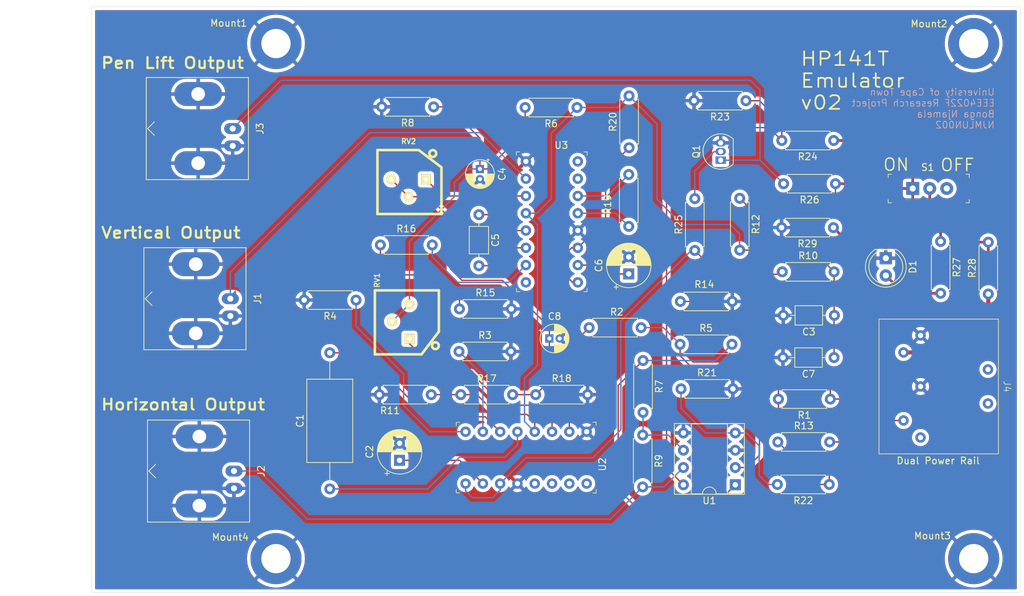
<source format=kicad_pcb>
(kicad_pcb (version 20221018) (generator pcbnew)
  (title_block (title "HP141T Emulator") (date "2025-04-10") (rev "v02") (company "by Bonga Njamela") (comment 1 "Research Project") (comment 2 "EEE4022F 2025") (comment 3 "University of Cape Town"))
  (layers (0 "F.Cu" signal) (31 "B.Cu" signal) (34 "B.Paste" user) (35 "F.Paste" user) (36 "B.SilkS" user "B.Silkscreen") (37 "F.SilkS" user "F.Silkscreen") (38 "B.Mask" user) (39 "F.Mask" user) (44 "Edge.Cuts" user))
  (net 0 "")
  (net 1 "Net-(U2-TC1)")
  (net 2 "Net-(U2-TC2)")
  (net 3 "Net-(U2-BIAS)")
  (net 4 "GND")
  (net 5 "+9V")
  (net 6 "Net-(C4-Pad1)")
  (net 7 "Net-(U3-TC1)")
  (net 8 "Net-(U3-TC2)")
  (net 9 "Net-(U3-BIAS)")
  (net 10 "Net-(C8-Pad1)")
  (net 11 "Net-(D1-A)")
  (net 12 "Vy")
  (net 13 "Vx")
  (net 14 "Vp")
  (net 16 "Net-(J4-Pad4)")
  (net 17 "-12V")
  (net 18 "Net-(Q1-B)")
  (net 19 "-1V")
  (net 20 "Net-(U1A--)")
  (net 21 "V_saw")
  (net 22 "Net-(U2-TR1)")
  (net 23 "Net-(U2-TR2)")
  (net 24 "Net-(R5-Pad2)")
  (net 25 "Net-(U1B--)")
  (net 26 "V_sq")
  (net 27 "+12V")
  (net 28 "Net-(R15-Pad1)")
  (net 29 "Net-(U3-TR1)")
  (net 30 "Net-(U3-WAVEA1)")
  (net 31 "Net-(U3-WAVEA2)")
  (net 32 "Net-(U3-FSKI)")
  (net 33 "-6V")
  (net 34 "+6V")
  (net 35 "Net-(R28-Pad2)")
  (net 37 "Net-(U2-MO)")
  (net 42 "Net-(U3-MO)")
  (footprint "Resistor_THT:R_Axial_DIN0207_L6.3mm_D2.5mm_P7.62mm_Horizontal" (layer "F.Cu") (at 179.25 133.9 180)
    (fp_text reference "R22" (at 3.81 -2.37) (layer "F.SilkS"))
    (fp_text value "10k")
    (pad "1" thru_hole circle (at 0 0 180) (size 1.6 1.6) (drill 0.8) (layers "*.Cu" "*.Mask") (net 17 "-12V"))
    (pad "2" thru_hole oval (at 7.62 0 180) (size 1.6 1.6) (drill 0.8) (layers "*.Cu" "*.Mask") (net 33 "-6V"))
  )
  (footprint "bourns:BOURNS-3362P_pot" (layer "F.Cu") (at 117.6 109.95 90)
    (fp_text reference "RV1" (at 6.05 -4.75 90) (layer "F.SilkS") (effects (font (size 0.762 0.762) (thickness 0.1524))))
    (fp_text value "25k" hide)
    (pad "1" thru_hole rect (at -2.54 0 90) (size 1.4 1.4) (drill 0.7) (layers "*.Cu" "*.Mask" "F.SilkS") (net 37 "Net-(U2-MO)"))
    (pad "2" thru_hole circle (at 0 -2.54 90) (size 1.4 1.4) (drill 0.7) (layers "*.Cu" "*.Mask" "F.SilkS") (net 6 "Net-(C4-Pad1)"))
    (pad "3" thru_hole circle (at 2.54 0 90) (size 1.4 1.4) (drill 0.7) (layers "*.Cu" "*.Mask" "F.SilkS") (net 6 "Net-(C4-Pad1)"))
  )
  (footprint "Digikey:Socket_DIP-16_7.62mm_Conn" (layer "F.Cu") (at 134.7 86.42)
    (fp_text reference "U3" (at 5.2 -2.37) (layer "F.SilkS"))
    (fp_text value "XR2206CP")
    (pad "1" thru_hole circle (at 0 0) (size 1.524 1.524) (drill 0.762) (layers "*.Cu" "*.Mask") (net 4 "GND"))
    (pad "2" thru_hole circle (at 0 2.54) (size 1.524 1.524) (drill 0.762) (layers "*.Cu" "*.Mask") (net 12 "Vy"))
    (pad "3" thru_hole circle (at 0 5.08) (size 1.524 1.524) (drill 0.762) (layers "*.Cu" "*.Mask") (net 42 "Net-(U3-MO)"))
    (pad "4" thru_hole circle (at 0 7.62) (size 1.524 1.524) (drill 0.762) (layers "*.Cu" "*.Mask") (net 5 "+9V"))
    (pad "5" thru_hole circle (at 0 10.16) (size 1.524 1.524) (drill 0.762) (layers "*.Cu" "*.Mask") (net 7 "Net-(U3-TC1)"))
    (pad "6" thru_hole circle (at 0 12.7) (size 1.524 1.524) (drill 0.762) (layers "*.Cu" "*.Mask") (net 8 "Net-(U3-TC2)"))
    (pad "7" thru_hole circle (at 0 15.24) (size 1.524 1.524) (drill 0.762) (layers "*.Cu" "*.Mask") (net 29 "Net-(U3-TR1)"))
    (pad "8" thru_hole circle (at 0 17.78) (size 1.524 1.524) (drill 0.762) (layers "*.Cu" "*.Mask"))
    (pad "9" thru_hole circle (at 7.62 17.78) (size 1.524 1.524) (drill 0.762) (layers "*.Cu" "*.Mask") (net 32 "Net-(U3-FSKI)"))
    (pad "10" thru_hole circle (at 7.62 15.24) (size 1.524 1.524) (drill 0.762) (layers "*.Cu" "*.Mask") (net 9 "Net-(U3-BIAS)"))
    (pad "11" thru_hole circle (at 7.62 12.7) (size 1.524 1.524) (drill 0.762) (layers "*.Cu" "*.Mask") (net 32 "Net-(U3-FSKI)"))
    (pad "12" thru_hole circle (at 7.62 10.16) (size 1.524 1.524) (drill 0.762) (layers "*.Cu" "*.Mask") (net 4 "GND"))
    (pad "13" thru_hole circle (at 7.62 7.62) (size 1.524 1.524) (drill 0.762) (layers "*.Cu" "*.Mask") (net 30 "Net-(U3-WAVEA1)"))
    (pad "14" thru_hole circle (at 7.62 5.08) (size 1.524 1.524) (drill 0.762) (layers "*.Cu" "*.Mask") (net 31 "Net-(U3-WAVEA2)"))
    (pad "15" thru_hole circle (at 7.62 2.54) (size 1.524 1.524) (drill 0.762) (layers "*.Cu" "*.Mask"))
    (pad "16" thru_hole circle (at 7.62 0) (size 1.524 1.524) (drill 0.762) (layers "*.Cu" "*.Mask"))
  )
  (footprint "Resistor_THT:R_Axial_DIN0207_L6.3mm_D2.5mm_P7.62mm_Horizontal" (layer "F.Cu") (at 149.85 84.41 90)
    (fp_text reference "R20" (at 3.81 -2.37 90) (layer "F.SilkS"))
    (fp_text value "10k")
    (pad "1" thru_hole circle (at 0 0 90) (size 1.6 1.6) (drill 0.8) (layers "*.Cu" "*.Mask") (net 32 "Net-(U3-FSKI)"))
    (pad "2" thru_hole oval (at 7.62 0 90) (size 1.6 1.6) (drill 0.8) (layers "*.Cu" "*.Mask") (net 5 "+9V"))
  )
  (footprint "digikey-footprints:Switch_Slide_11.6x4mm_EG1218" (layer "F.Cu") (at 191.5 90.4)
    (fp_text reference "S1" (at 2.2 -3.1) (layer "F.SilkS"))
    (fp_text value "EG1218")
    (pad "1" thru_hole rect (at 0 0) (size 1.9 1.9) (drill 0.9) (layers "*.Cu" "*.Mask") (net 27 "+12V"))
    (pad "2" thru_hole circle (at 2.5 0) (size 1.9 1.9) (drill 0.9) (layers "*.Cu" "*.Mask") (net 35 "Net-(R28-Pad2)"))
    (pad "3" thru_hole circle (at 5 0) (size 1.9 1.9) (drill 0.9) (layers "*.Cu" "*.Mask"))
  )
  (footprint "Resistor_THT:R_Axial_DIN0207_L6.3mm_D2.5mm_P7.62mm_Horizontal" (layer "F.Cu") (at 166.1 91.84 -90)
    (fp_text reference "R12" (at 3.81 -2.37 90) (layer "F.SilkS"))
    (fp_text value "3.3k")
    (pad "1" thru_hole circle (at 0 0 270) (size 1.6 1.6) (drill 0.8) (layers "*.Cu" "*.Mask") (net 27 "+12V"))
    (pad "2" thru_hole oval (at 7.62 0 270) (size 1.6 1.6) (drill 0.8) (layers "*.Cu" "*.Mask") (net 5 "+9V"))
  )
  (footprint "Connector_Coaxial:BNC_Amphenol_B6252HB-NPP3G-50_Horizontal" (layer "F.Cu") (at 91.65 81.6 90)
    (fp_text reference "J3" (at 0 4 90) (layer "F.SilkS"))
    (fp_text value "Conn_Coaxial")
    (pad "1" thru_hole oval (at 0 0 90) (size 1.6 2.5) (drill 0.89) (layers "*.Cu" "*.Mask") (net 14 "Vp"))
    (pad "2" thru_hole oval (at -5.08 -5.08 90) (size 3.5 7) (drill 2.01) (layers "*.Cu" "*.Mask") (net 4 "GND"))
    (pad "2" thru_hole oval (at -2.54 0 90) (size 1.6 2.5) (drill 0.89) (layers "*.Cu" "*.Mask") (net 4 "GND"))
    (pad "2" thru_hole oval (at 5.08 -5.08 90) (size 3.5 7) (drill 2.01) (layers "*.Cu" "*.Mask") (net 4 "GND"))
  )
  (footprint "Capacitor_THT:C_Axial_L3.8mm_D2.6mm_P7.50mm_Horizontal" (layer "F.Cu") (at 179.95 115.25 180)
    (fp_text reference "C7" (at 3.75 -2.42) (layer "F.SilkS"))
    (fp_text value "1uF")
    (pad "1" thru_hole circle (at 0 0 180) (size 1.6 1.6) (drill 0.8) (layers "*.Cu" "*.Mask") (net 5 "+9V"))
    (pad "2" thru_hole oval (at 7.5 0 180) (size 1.6 1.6) (drill 0.8) (layers "*.Cu" "*.Mask") (net 4 "GND"))
  )
  (footprint "Resistor_THT:R_Axial_DIN0207_L6.3mm_D2.5mm_P7.62mm_Horizontal" (layer "F.Cu") (at 157.48 119.85)
    (fp_text reference "R21" (at 3.81 -2.37) (layer "F.SilkS"))
    (fp_text value "10k")
    (pad "1" thru_hole circle (at 0 0) (size 1.6 1.6) (drill 0.8) (layers "*.Cu" "*.Mask") (net 33 "-6V"))
    (pad "2" thru_hole oval (at 7.62 0) (size 1.6 1.6) (drill 0.8) (layers "*.Cu" "*.Mask") (net 4 "GND"))
  )
  (footprint "Resistor_THT:R_Axial_DIN0207_L6.3mm_D2.5mm_P7.62mm_Horizontal" (layer "F.Cu") (at 179.86 96.15 180)
    (fp_text reference "R29" (at 3.81 -2.37) (layer "F.SilkS"))
    (fp_text value "10k")
    (pad "1" thru_hole circle (at 0 0 180) (size 1.6 1.6) (drill 0.8) (layers "*.Cu" "*.Mask") (net 35 "Net-(R28-Pad2)"))
    (pad "2" thru_hole oval (at 7.62 0 180) (size 1.6 1.6) (drill 0.8) (layers "*.Cu" "*.Mask") (net 4 "GND"))
  )
  (footprint "Resistor_THT:R_Axial_DIN0207_L6.3mm_D2.5mm_P7.62mm_Horizontal" (layer "F.Cu") (at 151.9 115.69 -90)
    (fp_text reference "R7" (at 3.81 -2.37 90) (layer "F.SilkS"))
    (fp_text value "10k")
    (pad "1" thru_hole circle (at 0 0 270) (size 1.6 1.6) (drill 0.8) (layers "*.Cu" "*.Mask") (net 24 "Net-(R5-Pad2)"))
    (pad "2" thru_hole oval (at 7.62 0 270) (size 1.6 1.6) (drill 0.8) (layers "*.Cu" "*.Mask") (net 25 "Net-(U1B--)"))
  )
  (footprint "Resistor_THT:R_Axial_DIN0207_L6.3mm_D2.5mm_P7.62mm_Horizontal" (layer "F.Cu") (at 179.4 121.35 180)
    (fp_text reference "R1" (at 3.81 -2.37) (layer "F.SilkS"))
    (fp_text value "1k")
    (pad "1" thru_hole circle (at 0 0 180) (size 1.6 1.6) (drill 0.8) (layers "*.Cu" "*.Mask") (net 19 "-1V"))
    (pad "2" thru_hole oval (at 7.62 0 180) (size 1.6 1.6) (drill 0.8) (layers "*.Cu" "*.Mask") (net 20 "Net-(U1A--)"))
  )
  (footprint "Capacitor_THT:C_Axial_L3.8mm_D2.6mm_P7.50mm_Horizontal" (layer "F.Cu") (at 127.8 94.25 -90)
    (fp_text reference "C5" (at 3.75 -2.42 90) (layer "F.SilkS"))
    (fp_text value "22nF")
    (pad "1" thru_hole circle (at 0 0 270) (size 1.6 1.6) (drill 0.8) (layers "*.Cu" "*.Mask") (net 7 "Net-(U3-TC1)"))
    (pad "2" thru_hole oval (at 7.5 0 270) (size 1.6 1.6) (drill 0.8) (layers "*.Cu" "*.Mask") (net 8 "Net-(U3-TC2)"))
  )
  (footprint "Resistor_THT:R_Axial_DIN0207_L6.3mm_D2.5mm_P7.62mm_Horizontal" (layer "F.Cu") (at 172.34 102.65)
    (fp_text reference "R10" (at 3.81 -2.37) (layer "F.SilkS"))
    (fp_text value "5.1k")
    (pad "1" thru_hole circle (at 0 0) (size 1.6 1.6) (drill 0.8) (layers "*.Cu" "*.Mask") (net 26 "V_sq"))
    (pad "2" thru_hole oval (at 7.62 0) (size 1.6 1.6) (drill 0.8) (layers "*.Cu" "*.Mask") (net 5 "+9V"))
  )
  (footprint "Resistor_THT:R_Axial_DIN0207_L6.3mm_D2.5mm_P7.62mm_Horizontal" (layer "F.Cu") (at 143.99 110.85)
    (fp_text reference "R2" (at 4.06 -2.3) (layer "F.SilkS"))
    (fp_text value "1k")
    (pad "1" thru_hole circle (at 0 0) (size 1.6 1.6) (drill 0.8) (layers "*.Cu" "*.Mask") (net 21 "V_saw"))
    (pad "2" thru_hole oval (at 7.62 0) (size 1.6 1.6) (drill 0.8) (layers "*.Cu" "*.Mask") (net 20 "Net-(U1A--)"))
  )
  (footprint "Resistor_THT:R_Axial_DIN0207_L6.3mm_D2.5mm_P7.62mm_Horizontal" (layer "F.Cu") (at 167.01 77.5 180)
    (fp_text reference "R23" (at 3.81 -2.37) (layer "F.SilkS"))
    (fp_text value "10k")
    (pad "1" thru_hole circle (at 0 0 180) (size 1.6 1.6) (drill 0.8) (layers "*.Cu" "*.Mask") (net 34 "+6V"))
    (pad "2" thru_hole oval (at 7.62 0 180) (size 1.6 1.6) (drill 0.8) (layers "*.Cu" "*.Mask") (net 4 "GND"))
  )
  (footprint "Resistor_THT:R_Axial_DIN0207_L6.3mm_D2.5mm_P7.62mm_Horizontal" (layer "F.Cu") (at 157.34 113.3)
    (fp_text reference "R5" (at 3.81 -2.37) (layer "F.SilkS"))
    (fp_text value "18k")
    (pad "1" thru_hole circle (at 0 0) (size 1.6 1.6) (drill 0.8) (layers "*.Cu" "*.Mask") (net 20 "Net-(U1A--)"))
    (pad "2" thru_hole oval (at 7.62 0) (size 1.6 1.6) (drill 0.8) (layers "*.Cu" "*.Mask") (net 24 "Net-(R5-Pad2)"))
  )
  (footprint "Resistor_THT:R_Axial_DIN0207_L6.3mm_D2.5mm_P7.62mm_Horizontal" (layer "F.Cu") (at 125.13 120.7)
    (fp_text reference "R17" (at 3.81 -2.37) (layer "F.SilkS"))
    (fp_text value "5.1k")
    (pad "1" thru_hole circle (at 0 0) (size 1.6 1.6) (drill 0.8) (layers "*.Cu" "*.Mask") (net 5 "+9V"))
    (pad "2" thru_hole oval (at 7.62 0) (size 1.6 1.6) (drill 0.8) (layers "*.Cu" "*.Mask") (net 10 "Net-(C8-Pad1)"))
  )
  (footprint "LED_THT:LED_D5.0mm" (layer "F.Cu") (at 187.55 100.65 -90)
    (fp_text reference "D1" (at 1.27 -3.96 90) (layer "F.SilkS"))
    (fp_text value "GREEN")
    (pad "1" thru_hole rect (at 0 0 270) (size 1.8 1.8) (drill 0.9) (layers "*.Cu" "*.Mask") (net 4 "GND"))
    (pad "2" thru_hole circle (at 2.54 0 270) (size 1.8 1.8) (drill 0.9) (layers "*.Cu" "*.Mask") (net 11 "Net-(D1-A)"))
  )
  (footprint "Resistor_THT:R_Axial_DIN0207_L6.3mm_D2.5mm_P7.62mm_Horizontal" (layer "F.Cu") (at 159.5 99.51 90)
    (fp_text reference "R25" (at 3.81 -2.37 90) (layer "F.SilkS"))
    (fp_text value "1k")
    (pad "1" thru_hole circle (at 0 0 90) (size 1.6 1.6) (drill 0.8) (layers "*.Cu" "*.Mask") (net 26 "V_sq"))
    (pad "2" thru_hole oval (at 7.62 0 90) (size 1.6 1.6) (drill 0.8) (layers "*.Cu" "*.Mask") (net 18 "Net-(Q1-B)"))
  )
  (footprint "bourns:BOURNS-3362P_pot" (layer "F.Cu") (at 117.473 89.069 180)
    (fp_text reference "RV2" (at 0 5.588) (layer "F.SilkS") (effects (font (size 0.762 0.762) (thickness 0.1524))))
    (fp_text value "25k" hide)
    (pad "1" thru_hole rect (at -2.54 0 180) (size 1.4 1.4) (drill 0.7) (layers "*.Cu" "*.Mask" "F.SilkS") (net 42 "Net-(U3-MO)"))
    (pad "2" thru_hole circle (at 0 -2.54 180) (size 1.4 1.4) (drill 0.7) (layers "*.Cu" "*.Mask" "F.SilkS") (net 10 "Net-(C8-Pad1)"))
    (pad "3" thru_hole circle (at 2.54 0 180) (size 1.4 1.4) (drill 0.7) (layers "*.Cu" "*.Mask" "F.SilkS") (net 10 "Net-(C8-Pad1)"))
  )
  (footprint "Capacitor_THT:CP_Radial_D4.0mm_P1.50mm" (layer "F.Cu") (at 138.15 112.45)
    (fp_text reference "C8" (at 0.75 -3.25) (layer "F.SilkS"))
    (fp_text value "10uF")
    (pad "1" thru_hole rect (at 0 0) (size 1.2 1.2) (drill 0.6) (layers "*.Cu" "*.Mask") (net 10 "Net-(C8-Pad1)"))
    (pad "2" thru_hole circle (at 1.5 0) (size 1.2 1.2) (drill 0.6) (layers "*.Cu" "*.Mask") (net 4 "GND"))
  )
  (footprint "Capacitor_THT:C_Axial_L12.0mm_D6.5mm_P20.00mm_Horizontal" (layer "F.Cu") (at 105.9 134.55 90)
    (fp_text reference "C1" (at 10 -4.37 90) (layer "F.SilkS"))
    (fp_text value "47uF")
    (pad "1" thru_hole circle (at 0 0 90) (size 1.6 1.6) (drill 0.8) (layers "*.Cu" "*.Mask") (net 1 "Net-(U2-TC1)"))
    (pad "2" thru_hole oval (at 20 0 90) (size 1.6 1.6) (drill 0.8) (layers "*.Cu" "*.Mask") (net 2 "Net-(U2-TC2)"))
  )
  (footprint "Resistor_THT:R_Axial_DIN0207_L6.3mm_D2.5mm_P7.62mm_Horizontal" (layer "F.Cu") (at 121.15 78.4 180)
    (fp_text reference "R8" (at 3.81 -2.37) (layer "F.SilkS"))
    (fp_text value "5.1k")
    (pad "1" thru_hole circle (at 0 0 180) (size 1.6 1.6) (drill 0.8) (layers "*.Cu" "*.Mask") (net 6 "Net-(C4-Pad1)"))
    (pad "2" thru_hole oval (at 7.62 0 180) (size 1.6 1.6) (drill 0.8) (layers "*.Cu" "*.Mask") (net 4 "GND"))
  )
  (footprint "Resistor_THT:R_Axial_DIN0207_L6.3mm_D2.5mm_P7.62mm_Horizontal" (layer "F.Cu") (at 179.9 83.35 180)
    (fp_text reference "R24" (at 3.81 -2.37) (layer "F.SilkS"))
    (fp_text value "10k")
    (pad "1" thru_hole circle (at 0 0 180) (size 1.6 1.6) (drill 0.8) (layers "*.Cu" "*.Mask") (net 27 "+12V"))
    (pad "2" thru_hole oval (at 7.62 0 180) (size 1.6 1.6) (drill 0.8) (layers "*.Cu" "*.Mask") (net 34 "+6V"))
  )
  (footprint "Capacitor_THT:CP_Radial_D6.3mm_P2.50mm" (layer "F.Cu") (at 116.15 130.35 90)
    (fp_text reference "C2" (at 1.25 -4.4 90) (layer "F.SilkS"))
    (fp_text value "1uF")
    (pad "1" thru_hole rect (at 0 0 90) (size 1.6 1.6) (drill 0.8) (layers "*.Cu" "*.Mask") (net 3 "Net-(U2-BIAS)"))
    (pad "2" thru_hole circle (at 2.5 0 90) (size 1.6 1.6) (drill 0.8) (layers "*.Cu" "*.Mask") (net 4 "GND"))
  )
  (footprint "Digikey:Socket_DIP-16_7.62mm_Conn" (layer "F.Cu") (at 143.62 126.15 -90)
    (fp_text reference "U2" (at 4.8 -2.32 90) (layer "F.SilkS"))
    (fp_text value "XR2206CP")
    (pad "1" thru_hole circle (at 0 0 270) (size 1.524 1.524) (drill 0.762) (layers "*.Cu" "*.Mask") (net 4 "GND"))
    (pad "2" thru_hole circle (at 0 2.54 270) (size 1.524 1.524) (drill 0.762) (layers "*.Cu" "*.Mask") (net 21 "V_saw"))
    (pad "3" thru_hole circle (at 0 5.08 270) (size 1.524 1.524) (drill 0.762) (layers "*.Cu" "*.Mask") (net 37 "Net-(U2-MO)"))
    (pad "4" thru_hole circle (at 0 7.62 270) (size 1.524 1.524) (drill 0.762) (layers "*.Cu" "*.Mask") (net 5 "+9V"))
    (pad "5" thru_hole circle (at 0 10.16 270) (size 1.524 1.524) (drill 0.762) (layers "*.Cu" "*.Mask") (net 1 "Net-(U2-TC1)"))
    (pad "6" thru_hole circle (at 0 12.7 270) (size 1.524 1.524) (drill 0.762) (layers "*.Cu" "*.Mask") (net 2 "Net-(U2-TC2)"))
    (pad "7" thru_hole circle (at 0 15.24 270) (size 1.524 1.524) (drill 0.762) (layers "*.Cu" "*.Mask") (net 22 "Net-(U2-TR1)"))
    (pad "8" thru_hole circle (at 0 17.78 270) (size 1.524 1.524) (drill 0.762) (layers "*.Cu" "*.Mask") (net 23 "Net-(U2-TR2)"))
    (pad "9" thru_hole circle (at 7.62 17.78 270) (size 1.524 1.524) (drill 0.762) (layers "*.Cu" "*.Mask") (net 26 "V_sq"))
    (pad "10" thru_hole circle (at 7.62 15.24 270) (size 1.524 1.524) (drill 0.762) (layers "*.Cu" "*.Mask") (net 3 "Net-(U2-BIAS)"))
    (pad "11" thru_hole circle (at 7.62 12.7 270) (size 1.524 1.524) (drill 0.762) (layers "*.Cu" "*.Mask") (net 26 "V_sq"))
    (pad "12" thru_hole circle (at 7.62 10.16 270) (size 1.524 1.524) (drill 0.762) (layers "*.Cu" "*.Mask") (net 4 "GND"))
    (pad "13" thru_hole circle (at 7.62 7.62 270) (size 1.524 1.524) (drill 0.762) (layers "*.Cu" "*.Mask"))
    (pad "14" thru_hole circle (at 7.62 5.08 270) (size 1.524 1.524) (drill 0.762) (layers "*.Cu" "*.Mask"))
    (pad "15" thru_hole circle (at 7.62 2.54 270) (size 1.524 1.524) (drill 0.762) (layers "*.Cu" "*.Mask"))
    (pad "16" thru_hole circle (at 7.62 0 270) (size 1.524 1.524) (drill 0.762) (layers "*.Cu" "*.Mask"))
  )
  (footprint "Resistor_THT:R_Axial_DIN0207_L6.3mm_D2.5mm_P7.62mm_Horizontal" (layer "F.Cu") (at 109.76 106.8 180)
    (fp_text reference "R4" (at 3.81 -2.37) (layer "F.SilkS"))
    (fp_text value "1.1k")
    (pad "1" thru_hole circle (at 0 0 180) (size 1.6 1.6) (drill 0.8) (layers "*.Cu" "*.Mask") (net 23 "Net-(U2-TR2)"))
    (pad "2" thru_hole oval (at 7.62 0 180) (size 1.6 1.6) (drill 0.8) (layers "*.Cu" "*.Mask") (net 4 "GND"))
  )
  (footprint "Resistor_THT:R_Axial_DIN0207_L6.3mm_D2.5mm_P7.62mm_Horizontal" (layer "F.Cu") (at 195.6 98.19 -90)
    (fp_text reference "R27" (at 3.81 -2.37 90) (layer "F.SilkS"))
    (fp_text value "100k")
    (pad "1" thru_hole circle (at 0 0 270) (size 1.6 1.6) (drill 0.8) (layers "*.Cu" "*.Mask") (net 27 "+12V"))
    (pad "2" thru_hole oval (at 7.62 0 270) (size 1.6 1.6) (drill 0.8) (layers "*.Cu" "*.Mask") (net 11 "Net-(D1-A)"))
  )
  (footprint "Capacitor_THT:C_Axial_L3.8mm_D2.6mm_P7.50mm_Horizontal" (layer "F.Cu") (at 180 109.05 180)
    (fp_text reference "C3" (at 3.75 -2.42) (layer "F.SilkS"))
    (fp_text value "1uF")
    (pad "1" thru_hole circle (at 0 0 180) (size 1.6 1.6) (drill 0.8) (layers "*.Cu" "*.Mask") (net 5 "+9V"))
    (pad "2" thru_hole oval (at 7.5 0 180) (size 1.6 1.6) (drill 0.8) (layers "*.Cu" "*.Mask") (net 4 "GND"))
  )
  (footprint "Resistor_THT:R_Axial_DIN0207_L6.3mm_D2.5mm_P7.62mm_Horizontal" (layer "F.Cu") (at 180.16 89.7 180)
    (fp_text reference "R26" (at 3.81 -2.37) (layer "F.SilkS"))
    (fp_text value "10k")
    (pad "1" thru_hole circle (at 0 0 180) (size 1.6 1.6) (drill 0.8) (layers "*.Cu" "*.Mask") (net 27 "+12V"))
    (pad "2" thru_hole oval (at 7.62 0 180) (size 1.6 1.6) (drill 0.8) (layers "*.Cu" "*.Mask") (net 14 "Vp"))
  )
  (footprint "Connector_Coaxial:BNC_Amphenol_B6252HB-NPP3G-50_Horizontal" (layer "F.Cu") (at 91.83 131.93 90)
    (fp_text reference "J2" (at 0 4 90) (layer "F.SilkS"))
    (fp_text value "Conn_Coaxial")
    (pad "1" thru_hole oval (at 0 0 90) (size 1.6 2.5) (drill 0.89) (layers "*.Cu" "*.Mask") (net 13 "Vx"))
    (pad "2" thru_hole oval (at -5.08 -5.08 90) (size 3.5 7) (drill 2.01) (layers "*.Cu" "*.Mask") (net 4 "GND"))
    (pad "2" thru_hole oval (at -2.54 0 90) (size 1.6 2.5) (drill 0.89) (layers "*.Cu" "*.Mask") (net 4 "GND"))
    (pad "2" thru_hole oval (at 5.08 -5.08 90) (size 3.5 7) (drill 2.01) (layers "*.Cu" "*.Mask") (net 4 "GND"))
  )
  (footprint "MountingHole:MountingHole_4.3mm_M4_DIN965_Pad" (layer "F.Cu") (at 200.45 144.8)
    (fp_text reference "Mount3" (at -6.05 -3.35) (layer "F.SilkS"))
    (fp_text value "MountingHole_4.3mm_M4_DIN965_Pad")
    (pad "1" thru_hole circle (at 0 0) (size 7.5 7.5) (drill 4.3) (layers "*.Cu" "*.Mask") (net 4 "GND"))
  )
  (footprint "Resistor_THT:R_Axial_DIN0207_L6.3mm_D2.5mm_P7.62mm_Horizontal" (layer "F.Cu") (at 149.8 95.97 90)
    (fp_text reference "R19" (at 3.21 -3.1 90) (layer "F.SilkS"))
    (fp_text value "220R")
    (pad "1" thru_hole circle (at 0 0 90) (size 1.6 1.6) (drill 0.8) (layers "*.Cu" "*.Mask") (net 30 "Net-(U3-WAVEA1)"))
    (pad "2" thru_hole oval (at 7.62 0 90) (size 1.6 1.6) (drill 0.8) (layers "*.Cu" "*.Mask") (net 31 "Net-(U3-WAVEA2)"))
  )
  (footprint "Capacitor_THT:CP_Radial_D4.0mm_P1.50mm" (layer "F.Cu") (at 127.95 87.527401 -90)
    (fp_text reference "C4" (at 0.75 -3.25 90) (layer "F.SilkS"))
    (fp_text value "10uF")
    (pad "1" thru_hole rect (at 0 0 270) (size 1.2 1.2) (drill 0.6) (layers "*.Cu" "*.Mask") (net 6 "Net-(C4-Pad1)"))
    (pad "2" thru_hole circle (at 1.5 0 270) (size 1.2 1.2) (drill 0.6) (layers "*.Cu" "*.Mask") (net 4 "GND"))
  )
  (footprint "MountingHole:MountingHole_4.3mm_M4_DIN965_Pad" (layer "F.Cu") (at 98 69.1)
    (fp_text reference "Mount1" (at -6.95 -3) (layer "F.SilkS"))
    (fp_text value "MountingHole_4.3mm_M4_DIN965_Pad")
    (pad "1" thru_hole circle (at 0 0) (size 7.5 7.5) (drill 4.3) (layers "*.Cu" "*.Mask") (net 4 "GND"))
  )
  (footprint "Resistor_THT:R_Axial_DIN0207_L6.3mm_D2.5mm_P7.62mm_Horizontal" (layer "F.Cu") (at 151.85 126.64 -90)
    (fp_text reference "R9" (at 3.81 -2.37 90) (layer "F.SilkS"))
    (fp_text value "10k")
    (pad "1" thru_hole circle (at 0 0 270) (size 1.6 1.6) (drill 0.8) (layers "*.Cu" "*.Mask") (net 25 "Net-(U1B--)"))
    (pad "2" thru_hole oval (at 7.62 0 270) (size 1.6 1.6) (drill 0.8) (layers "*.Cu" "*.Mask") (net 13 "Vx"))
  )
  (footprint "Resistor_THT:R_Axial_DIN0207_L6.3mm_D2.5mm_P7.62mm_Horizontal" (layer "F.Cu") (at 113.33 98.7)
    (fp_text reference "R16" (at 3.81 -2.37) (layer "F.SilkS"))
    (fp_text value "220R")
    (pad "1" thru_hole circle (at 0 0) (size 1.6 1.6) (drill 0.8) (layers "*.Cu" "*.Mask") (net 28 "Net-(R15-Pad1)"))
    (pad "2" thru_hole oval (at 7.62 0) (size 1.6 1.6) (drill 0.8) (layers "*.Cu" "*.Mask") (net 29 "Net-(U3-TR1)"))
  )
  (footprint "Connector_Coaxial:BNC_Amphenol_B6252HB-NPP3G-50_Horizontal" (layer "F.Cu") (at 91.3 106.6 90)
    (fp_text reference "J1" (at 0 4 90) (layer "F.SilkS"))
    (fp_text value "Conn_Coaxial")
    (pad "1" thru_hole oval (at 0 0 90) (size 1.6 2.5) (drill 0.89) (layers "*.Cu" "*.Mask") (net 12 "Vy"))
    (pad "2" thru_hole oval (at -5.08 -5.08 90) (size 3.5 7) (drill 2.01) (layers "*.Cu" "*.Mask") (net 4 "GND"))
    (pad "2" thru_hole oval (at -2.54 0 90) (size 1.6 2.5) (drill 0.89) (layers "*.Cu" "*.Mask") (net 4 "GND"))
    (pad "2" thru_hole oval (at 5.08 -5.08 90) (size 3.5 7) (drill 2.01) (layers "*.Cu" "*.Mask") (net 4 "GND"))
  )
  (footprint "Resistor_THT:R_Axial_DIN0207_L6.3mm_D2.5mm_P7.62mm_Horizontal" (layer "F.Cu") (at 171.69 127.65)
    (fp_text reference "R13" (at 3.81 -2.37) (layer "F.SilkS"))
    (fp_text value "110k")
    (pad "1" thru_hole circle (at 0 0) (size 1.6 1.6) (drill 0.8) (layers "*.Cu" "*.Mask") (net 17 "-12V"))
    (pad "2" thru_hole oval (at 7.62 0) (size 1.6 1.6) (drill 0.8) (layers "*.Cu" "*.Mask") (net 19 "-1V"))
  )
  (footprint "Resistor_THT:R_Axial_DIN0207_L6.3mm_D2.5mm_P7.62mm_Horizontal" (layer "F.Cu") (at 124.88 114.35)
    (fp_text reference "R3" (at 3.81 -2.37) (layer "F.SilkS"))
    (fp_text value "1.2k")
    (pad "1" thru_hole circle (at 0 0) (size 1.6 1.6) (drill 0.8) (layers "*.Cu" "*.Mask") (net 22 "Net-(U2-TR1)"))
    (pad "2" thru_hole oval (at 7.62 0) (size 1.6 1.6) (drill 0.8) (layers "*.Cu" "*.Mask") (net 4 "GND"))
  )
  (footprint "Package_DIP:DIP-8_W7.62mm_Socket" (layer "F.Cu") (at 165.45 133.95 180)
    (fp_text reference "U1" (at 3.81 -2.33) (layer "F.SilkS"))
    (fp_text value "LM358")
    (pad "1" thru_hole rect (at 0 0 180) (size 1.6 1.6) (drill 0.8) (layers "*.Cu" "*.Mask") (net 24 "Net-(R5-Pad2)"))
    (pad "2" thru_hole oval (at 0 2.54 180) (size 1.6 1.6) (drill 0.8) (layers "*.Cu" "*.Mask") (net 20 "Net-(U1A--)"))
    (pad "3" thru_hole oval (at 0 5.08 180) (size 1.6 1.6) (drill 0.8) (layers "*.Cu" "*.Mask") (net 4 "GND"))
    (pad "4" thru_hole oval (at 0 7.62 180) (size 1.6 1.6) (drill 0.8) (layers "*.Cu" "*.Mask") (net 33 "-6V"))
    (pad "5" thru_hole oval (at 7.62 7.62 180) (size 1.6 1.6) (drill 0.8) (layers "*.Cu" "*.Mask") (net 4 "GND"))
    (pad "6" thru_hole oval (at 7.62 5.08 180) (size 1.6 1.6) (drill 0.8) (layers "*.Cu" "*.Mask") (net 25 "Net-(U1B--)"))
    (pad "7" thru_hole oval (at 7.62 2.54 180) (size 1.6 1.6) (drill 0.8) (layers "*.Cu" "*.Mask") (net 13 "Vx"))
    (pad "8" thru_hole oval (at 7.62 0 180) (size 1.6 1.6) (drill 0.8) (layers "*.Cu" "*.Mask") (net 34 "+6V"))
  )
  (footprint "Package_TO_SOT_THT:TO-92_Inline" (layer "F.Cu") (at 163.3 86.24 90)
    (fp_text reference "Q1" (at 1.27 -3.56 90) (layer "F.SilkS"))
    (fp_text value "2N2222")
    (pad "1" thru_hole rect (at 0 0 90) (size 1.05 1.5) (drill 0.75) (layers "*.Cu" "*.Mask") (net 14 "Vp"))
    (pad "2" thru_hole oval (at 1.27 0 90) (size 1.05 1.5) (drill 0.75) (layers "*.Cu" "*.Mask") (net 18 "Net-(Q1-B)"))
    (pad "3" thru_hole oval (at 2.54 0 90) (size 1.05 1.5) (drill 0.75) (layers "*.Cu" "*.Mask") (net 4 "GND"))
  )
  (footprint "MountingHole:MountingHole_4.3mm_M4_DIN965_Pad" (layer "F.Cu") (at 200.45 69.1)
    (fp_text reference "Mount2" (at -6.55 -2.9) (layer "F.SilkS"))
    (fp_text value "MountingHole_4.3mm_M4_DIN965_Pad")
    (pad "1" thru_hole circle (at 0 0) (size 7.5 7.5) (drill 4.3) (layers "*.Cu" "*.Mask") (net 4 "GND"))
  )
  (footprint "Resistor_THT:R_Axial_DIN0207_L6.3mm_D2.5mm_P7.62mm_Horizontal" (layer "F.Cu") (at 142.21 78.5 180)
    (fp_text reference "R6" (at 3.81 -2.37) (layer "F.SilkS"))
    (fp_text value "5.1k")
    (pad "1" thru_hole circle (at 0 0 180) (size 1.6 1.6) (drill 0.8) (layers "*.Cu" "*.Mask") (net 5 "+9V"))
    (pad "2" thru_hole oval (at 7.62 0 180) (size 1.6 1.6) (drill 0.8) (layers "*.Cu" "*.Mask") (net 6 "Net-(C4-Pad1)"))
  )
  (footprint "Resistor_THT:R_Axial_DIN0207_L6.3mm_D2.5mm_P7.62mm_Horizontal" (layer "F.Cu") (at 124.94 108.1)
    (fp_text reference "R15" (at 3.81 -2.37) (layer "F.SilkS"))
    (fp_text value "4.3k")
    (pad "1" thru_hole circle (at 0 0) (size 1.6 1.6) (drill 0.8) (layers "*.Cu" "*.Mask") (net 28 "Net-(R15-Pad1)"))
    (pad "2" thru_hole oval (at 7.62 0) (size 1.6 1.6) (drill 0.8) (layers "*.Cu" "*.Mask") (net 4 "GND"))
  )
  (footprint "Resistor_THT:R_Axial_DIN0207_L6.3mm_D2.5mm_P7.62mm_Horizontal" (layer "F.Cu") (at 157.38 107)
    (fp_text reference "R14" (at 3.52 -2.5) (layer "F.SilkS"))
    (fp_text value "10k")
    (pad "1" thru_hole circle (at 0 0) (size 1.6 1.6) (drill 0.8) (layers "*.Cu" "*.Mask") (net 19 "-1V"))
    (pad "2" thru_hole oval (at 7.62 0) (size 1.6 1.6) (drill 0.8) (layers "*.Cu" "*.Mask") (net 4 "GND"))
  )
  (footprint "din41524:PinSocket_DIN41524_1x05_P2.54mm_Vertical" (layer "F.Cu") (at 192.649994 119.5 -90)
    (fp_text reference "J4" (at 0 -12.7 -90 unlocked) (layer "F.SilkS") (effects (font (thickness 0.1))))
    (fp_text value "Mini-DIN-5")
    (pad "" np_thru_hole circle (at -2.5 -9.900006 270) (size 1.524 1.524) (drill 0.762) (layers "F&B.Cu" "*.Mask"))
    (pad "" np_thru_hole circle (at 2.5 -9.900006 270) (size 1.524 1.524) (drill 0.762) (layers "F&B.Cu" "*.Mask"))
    (pad "1" thru_hole circle (at -7.50001 0 270) (size 1.524 1.524) (drill 0.762) (layers "*.Cu" "*.Mask") (net 4 "GND"))
    (pad "2" thru_hole circle (at 0 0 270) (size 1.524 1.524) (drill 0.762) (layers "*.Cu" "*.Mask") (net 4 "GND"))
    (pad "3" thru_hole circle (at 7.50001 0 270) (size 1.524 1.524) (drill 0.762) (layers "*.Cu" "*.Mask"))
    (pad "4" thru_hole circle (at -4.99999 2.5 270) (size 1.524 1.524) (drill 0.762) (layers "*.Cu" "*.Mask") (net 16 "Net-(J4-Pad4)"))
    (pad "5" thru_hole circle (at 4.99999 2.5 270) (size 1.524 1.524) (drill 0.762) (layers "*.Cu" "*.Mask") (net 17 "-12V"))
  )
  (footprint "Resistor_THT:R_Axial_DIN0207_L6.3mm_D2.5mm_P7.62mm_Horizontal" (layer "F.Cu") (at 120.8 120.7 180)
    (fp_text reference "R11" (at 6.05 -2.35) (layer "F.SilkS"))
    (fp_text value "10k")
    (pad "1" thru_hole circle (at 0 0 180) (size 1.6 1.6) (drill 0.8) (layers "*.Cu" "*.Mask") (net 5 "+9V"))
    (pad "2" thru_hole oval (at 7.62 0 180) (size 1.6 1.6) (drill 0.8) (layers "*.Cu" "*.Mask") (net 4 "GND"))
  )
  (footprint "Resistor_THT:R_Axial_DIN0207_L6.3mm_D2.5mm_P7.62mm_Horizontal" (layer "F.Cu") (at 202.6 105.91 90)
    (fp_text reference "R28" (at 3.81 -2.37 90) (layer "F.SilkS"))
    (fp_text value "33k")
    (pad "1" thru_hole circle (at 0 0 90) (size 1.6 1.6) (drill 0.8) (layers "*.Cu" "*.Mask") (net 16 "Net-(J4-Pad4)"))
    (pad "2" thru_hole oval (at 7.62 0 90) (size 1.6 1.6) (drill 0.8) (layers "*.Cu" "*.Mask") (net 35 "Net-(R28-Pad2)"))
  )
  (footprint "Resistor_THT:R_Axial_DIN0207_L6.3mm_D2.5mm_P7.62mm_Horizontal" (layer "F.Cu") (at 136.14 120.7)
    (fp_text reference "R18" (at 3.81 -2.37) (layer "F.SilkS"))
    (fp_text value "5.1k")
    (pad "1" thru_hole circle (at 0 0) (size 1.6 1.6) (drill 0.8) (layers "*.Cu" "*.Mask") (net 10 "Net-(C8-Pad1)"))
    (pad "2" thru_hole oval (at 7.62 0) (size 1.6 1.6) (drill 0.8) (layers "*.Cu" "*.Mask") (net 4 "GND"))
  )
  (footprint "Capacitor_THT:CP_Radial_D6.3mm_P2.50mm" (layer "F.Cu") (at 149.8 102.96 90)
    (fp_text reference "C6" (at 1.25 -4.4 90) (layer "F.SilkS"))
    (fp_text value "1uF")
    (pad "1" thru_hole rect (at 0 0 90) (size 1.6 1.6) (drill 0.8) (layers "*.Cu" "*.Mask") (net 9 "Net-(U3-BIAS)"))
    (pad "2" thru_hole circle (at 2.5 0 90) (size 1.6 1.6) (drill 0.8) (layers "*.Cu" "*.Mask") (net 4 "GND"))
  )
  (footprint "MountingHole:MountingHole_4.3mm_M4_DIN965_Pad" (layer "F.Cu") (at 98 144.8)
    (fp_text reference "Mount4" (at -6.7 -3.15) (layer "F.SilkS"))
    (fp_text value "MountingHole_4.3mm_M4_DIN965_Pad")
    (pad "1" thru_hole circle (at 0 0) (size 7.5 7.5) (drill 4.3) (layers "*.Cu" "*.Mask") (net 4 "GND"))
  )
  (gr_line (start 207.275 149.8) (end 207.275 63.7) (stroke (width 0.05)) (layer "Edge.Cuts"))
  (gr_line (start 207.275 63.7) (end 70.95 63.7) (stroke (width 0.05)) (layer "Edge.Cuts"))
  (gr_line (start 70.95 149.8) (end 207.275 149.8) (stroke (width 0.05)) (layer "Edge.Cuts"))
  (gr_line (start 70.95 63.7) (end 70.95 149.8) (stroke (width 0.05)) (layer "Edge.Cuts"))
  (gr_text "University of Cape Town\nEEE4022F Research Project\nBonga Njamela\nNJMLUN002" (at 203.6 81.65) (layer "B.SilkS") (effects (font (size 1 1) (thickness 0.1)) (justify left bottom mirror)))
  (gr_text "Pen Lift Output" (at 72.15 72.9) (layer "F.SilkS") (effects (font (size 1.6 1.8) (thickness 0.32) bold) (justify left bottom)))
  (gr_text "Horizontal Output" (at 72.15 123.1) (layer "F.SilkS") (effects (font (size 1.6 1.8) (thickness 0.32) bold) (justify left bottom)))
  (gr_text "ON" (at 187.05 87.95) (layer "F.SilkS") (effects (font (size 1.8 1.8) (thickness 0.2) bold) (justify left bottom)))
  (gr_text "OFF" (at 195.45 88) (layer "F.SilkS") (effects (font (size 1.8 1.8) (thickness 0.2) bold) (justify left bottom)))
  (gr_text "Vertical Output" (at 72.15 97.85) (layer "F.SilkS") (effects (font (size 1.6 1.8) (thickness 0.32) bold) (justify left bottom)))
  (gr_text "HP141T\nEmulator\nv02" (at 174.85 78.95) (layer "F.SilkS") (effects (font (size 2 2.3) (thickness 0.25)) (justify left bottom)))
  (gr_text "Dual Power Rail" (at 189.05 131) (layer "F.SilkS") (effects (font (size 1 1)) (justify left bottom)))
  (segment (start 133.46 128.067895) (end 133.46 126.15) (width 0.2) (layer "B.Cu") (net 1))
  (segment (start 120.3 134.55) (end 124.95 129.9) (width 0.2) (layer "B.Cu") (net 1))
  (segment (start 105.9 134.55) (end 120.3 134.55) (width 0.2) (layer "B.Cu") (net 1))
  (segment (start 124.95 129.9) (end 131.627895 129.9) (width 0.2) (layer "B.Cu") (net 1))
  (segment (start 131.627895 129.9) (end 133.46 128.067895) (width 0.2) (layer "B.Cu") (net 1))
  (segment (start 120.25 123.95) (end 128.72 123.95) (width 0.2) (layer "F.Cu") (net 2))
  (segment (start 110.85 114.55) (end 120.25 123.95) (width 0.2) (layer "F.Cu") (net 2))
  (segment (start 128.72 123.95) (end 130.92 126.15) (width 0.2) (layer "F.Cu") (net 2))
  (segment (start 105.9 114.55) (end 110.85 114.55) (width 0.2) (layer "F.Cu") (net 2))
  (segment (start 124.96 130.35) (end 128.38 133.77) (width 0.2) (layer "F.Cu") (net 3))
  (segment (start 116.15 130.35) (end 124.96 130.35) (width 0.2) (layer "F.Cu") (net 3))
  (segment (start 179.95 109.1) (end 180 109.05) (width 0.2) (layer "F.Cu") (net 5))
  (segment (start 130.4 123.6) (end 134.85 123.6) (width 0.2) (layer "F.Cu") (net 5))
  (segment (start 179.96 102.65) (end 179.96 109.01) (width 0.2) (layer "F.Cu") (net 5))
  (segment (start 120.8 120.7) (end 125.13 120.7) (width 0.2) (layer "F.Cu") (net 5))
  (segment (start 136 124.75) (end 136 126.15) (width 0.2) (layer "F.Cu") (net 5))
  (segment (start 125.13 120.7) (end 127.5 120.7) (width 0.2) (layer "F.Cu") (net 5))
  (segment (start 179.96 109.01) (end 180 109.05) (width 0.2) (layer "F.Cu") (net 5))
  (segment (start 134.85 123.6) (end 136 124.75) (width 0.2) (layer "F.Cu") (net 5))
  (segment (start 179.95 115.25) (end 179.95 109.1) (width 0.2) (layer "F.Cu") (net 5))
  (segment (start 166.1 99.46) (end 176.77 99.46) (width 0.2) (layer "F.Cu") (net 5))
  (segment (start 127.5 120.7) (end 130.4 123.6) (width 0.2) (layer "F.Cu") (net 5))
  (segment (start 176.77 99.46) (end 179.96 102.65) (width 0.2) (layer "F.Cu") (net 5))
  (segment (start 134.7 94.04) (end 136.4 95.74) (width 0.2) (layer "B.Cu") (net 5))
  (segment (start 153.95 80.89) (end 149.85 76.79) (width 0.2) (layer "B.Cu") (net 5))
  (segment (start 134.7 94.04) (end 136.31 94.04) (width 0.2) (layer "B.Cu") (net 5))
  (segment (start 166.1 97.1) (end 164.7 95.7) (width 0.2) (layer "B.Cu") (net 5))
  (segment (start 136.4 116.4) (end 134.5 118.3) (width 0.2) (layer "B.Cu") (net 5))
  (segment (start 138.45 82.26) (end 142.21 78.5) (width 0.2) (layer "B.Cu") (net 5))
  (segment (start 136.31 94.04) (end 138.45 91.9) (width 0.2) (layer "B.Cu") (net 5))
  (segment (start 157.65 95.7) (end 153.95 92) (width 0.2) (layer "B.Cu") (net 5))
  (segment (start 153.95 92) (end 153.95 80.89) (width 0.2) (layer "B.Cu") (net 5))
  (segment (start 164.7 95.7) (end 157.65 95.7) (width 0.2) (layer "B.Cu") (net 5))
  (segment (start 134.5 118.3) (end 134.5 124.65) (width 0.2) (layer "B.Cu") (net 5))
  (segment (start 134.5 124.65) (end 136 126.15) (width 0.2) (layer "B.Cu") (net 5))
  (segment (start 136.4 95.74) (end 136.4 116.4) (width 0.2) (layer "B.Cu") (net 5))
  (segment (start 142.21 78.5) (end 148.14 78.5) (width 0.2) (layer "B.Cu") (net 5))
  (segment (start 138.45 91.9) (end 138.45 82.26) (width 0.2) (layer "B.Cu") (net 5))
  (segment (start 166.1 99.46) (end 166.1 97.1) (width 0.2) (layer "B.Cu") (net 5))
  (segment (start 148.14 78.5) (end 149.85 76.79) (width 0.2) (layer "B.Cu") (net 5))
  (segment (start 121.15 78.4) (end 123.35 78.4) (width 0.2) (layer "F.Cu") (net 6))
  (segment (start 129.072599 87.527401) (end 134.59 82.01) (width 0.2) (layer "F.Cu") (net 6))
  (segment (start 123.35 78.4) (end 127.95 83) (width 0.2) (layer "F.Cu") (net 6))
  (segment (start 134.59 82.01) (end 134.59 78.5) (width 0.2) (layer "F.Cu") (net 6))
  (segment (start 127.95 87.527401) (end 129.072599 87.527401) (width 0.2) (layer "F.Cu") (net 6))
  (segment (start 127.95 83) (end 127.95 87.527401) (width 0.2) (layer "F.Cu") (net 6))
  (segment (start 126.222599 87.527401) (end 127.95 87.527401) (width 0.2) (layer "B.Cu") (net 6))
  (segment (start 124.2 89.55) (end 126.222599 87.527401) (width 0.2) (layer "B.Cu") (net 6))
  (segment (start 124.2 91.6) (end 124.2 89.55) (width 0.2) (layer "B.Cu") (net 6))
  (segment (start 117.6 107.41) (end 117.6 98.2) (width 0.2) (layer "B.Cu") (net 6))
  (segment (start 115.06 109.95) (end 117.6 107.41) (width 0.2) (layer "B.Cu") (net 6))
  (segment (start 117.6 98.2) (end 124.2 91.6) (width 0.2) (layer "B.Cu") (net 6))
  (segment (start 127.8 94.25) (end 130 94.25) (width 0.2) (layer "F.Cu") (net 7))
  (segment (start 132.33 96.58) (end 134.7 96.58) (width 0.2) (layer "F.Cu") (net 7))
  (segment (start 130 94.25) (end 132.33 96.58) (width 0.2) (layer "F.Cu") (net 7))
  (segment (start 132.53 99.12) (end 134.7 99.12) (width 0.2) (layer "F.Cu") (net 8))
  (segment (start 127.8 101.75) (end 129.9 101.75) (width 0.2) (layer "F.Cu") (net 8))
  (segment (start 129.9 101.75) (end 132.53 99.12) (width 0.2) (layer "F.Cu") (net 8))
  (segment (start 145.36 101.66) (end 146.66 102.96) (width 0.2) (layer "F.Cu") (net 9))
  (segment (start 146.66 102.96) (end 149.8 102.96) (width 0.2) (layer "F.Cu") (net 9))
  (segment (start 142.32 101.66) (end 145.36 101.66) (width 0.2) (layer "F.Cu") (net 9))
  (segment (start 138.15 112.45) (end 138.15 118.69) (width 0.2) (layer "F.Cu") (net 10))
  (segment (start 117.473 91.609) (end 114.933 89.069) (width 0.2) (layer "F.Cu") (net 10))
  (segment (start 120.4 91.6) (end 120.391 91.609) (width 0.2) (layer "F.Cu") (net 10))
  (segment (start 120.391 91.609) (end 117.473 91.609) (width 0.2) (layer "F.Cu") (net 10))
  (segment (start 138.15 118.69) (end 136.14 120.7) (width 0.2) (layer "F.Cu") (net 10))
  (segment (start 131.25 103.9) (end 125.3 103.9) (width 0.2) (layer "F.Cu") (net 10))
  (segment (start 123.65 94.85) (end 120.4 91.6) (width 0.2) (layer "F.Cu") (net 10))
  (segment (start 136.14 120.7) (end 132.75 120.7) (width 0.2) (layer "F.Cu") (net 10))
  (segment (start 138.15 112.45) (end 138.15 110.8) (width 0.2) (layer "F.Cu") (net 10))
  (segment (start 125.3 103.9) (end 123.65 102.25) (width 0.2) (layer "F.Cu") (net 10))
  (segment (start 123.65 102.25) (end 123.65 94.85) (width 0.2) (layer "F.Cu") (net 10))
  (segment (start 138.15 110.8) (end 131.25 103.9) (width 0.2) (layer "F.Cu") (net 10))
  (segment (start 195.6 105.81) (end 190.17 105.81) (width 0.4) (layer "F.Cu") (net 11))
  (segment (start 190.17 105.81) (end 187.55 103.19) (width 0.4) (layer "F.Cu") (net 11))
  (segment (start 91.3 106.6) (end 91.3 106.25) (width 0.2) (layer "B.Cu") (net 12))
  (segment (start 134.7 88.95) (end 134.7 88.96) (width 0.2) (layer "B.Cu") (net 12))
  (segment (start 91.3 106.25) (end 92.05 105.5) (width 0.2) (layer "B.Cu") (net 12))
  (segment (start 92.05 105.5) (end 92.05 106.5) (width 0.2) (layer "B.Cu") (net 12))
  (segment (start 91.3 102.7) (end 111.8 82.2) (width 0.2) (layer "B.Cu") (net 12))
  (segment (start 127.95 82.2) (end 134.7 88.95) (width 0.2) (layer "B.Cu") (net 12))
  (segment (start 111.8 82.2) (end 127.95 82.2) (width 0.2) (layer "B.Cu") (net 12))
  (segment (start 91.3 106.6) (end 91.3 102.7) (width 0.2) (layer "B.Cu") (net 12))
  (segment (start 91.83 131.93) (end 95.53 131.93) (width 0.2) (layer "B.Cu") (net 13))
  (segment (start 95.53 131.93) (end 102.6 139) (width 0.2) (layer "B.Cu") (net 13))
  (segment (start 154.98 134.26) (end 157.83 131.41) (width 0.2) (layer "B.Cu") (net 13))
  (segment (start 147.11 139) (end 151.85 134.26) (width 0.2) (layer "B.Cu") (net 13))
  (segment (start 102.6 139) (end 147.11 139) (width 0.2) (layer "B.Cu") (net 13))
  (segment (start 151.85 134.26) (end 154.98 134.26) (width 0.2) (layer "B.Cu") (net 13))
  (segment (start 167.65 74.5) (end 98.75 74.5) (width 0.2) (layer "B.Cu") (net 14))
  (segment (start 98.75 74.5) (end 91.65 81.6) (width 0.2) (layer "B.Cu") (net 14))
  (segment (start 169.08 86.24) (end 169.08 75.93) (width 0.2) (layer "B.Cu") (net 14))
  (segment (start 169.08 86.24) (end 172.54 89.7) (width 0.2) (layer "B.Cu") (net 14))
  (segment (start 169.08 75.93) (end 167.65 74.5) (width 0.2) (layer "B.Cu") (net 14))
  (segment (start 163.3 86.24) (end 169.08 86.24) (width 0.2) (layer "B.Cu") (net 14))
  (segment (start 190.149994 114.50001) (end 198.99999 114.50001) (width 0.6) (layer "F.Cu") (net 16))
  (segment (start 198.99999 114.50001) (end 202.6 110.9) (width 0.6) (layer "F.Cu") (net 16))
  (segment (start 202.6 110.9) (end 202.6 105.91) (width 0.6) (layer "F.Cu") (net 16))
  (segment (start 179.25 131.85) (end 186.60001 124.49999) (width 0.2) (layer "F.Cu") (net 17))
  (segment (start 179.25 133.9) (end 179.25 131.85) (width 0.2) (layer "F.Cu") (net 17))
  (segment (start 179.25 133.9) (end 177.94 133.9) (width 0.2) (layer "F.Cu") (net 17))
  (segment (start 186.60001 124.49999) (end 190.149994 124.49999) (width 0.2) (layer "F.Cu") (net 17))
  (segment (start 177.94 133.9) (end 171.69 127.65) (width 0.2) (layer "F.Cu") (net 17))
  (segment (start 162.35 84.97) (end 163.3 84.97) (width 0.2) (layer "B.Cu") (net 18))
  (segment (start 159.5 87.82) (end 162.35 84.97) (width 0.2) (layer "B.Cu") (net 18))
  (segment (start 159.5 91.89) (end 159.5 87.82) (width 0.2) (layer "B.Cu") (net 18))
  (segment (start 179.4 118.95) (end 170.9 110.45) (width 0.2) (layer "F.Cu") (net 19))
  (segment (start 182.45 126.05) (end 182.45 123) (width 0.2) (layer "F.Cu") (net 19))
  (segment (start 180.8 121.35) (end 179.4 121.35) (width 0.2) (layer "F.Cu") (net 19))
  (segment (start 179.31 127.65) (end 180.85 127.65) (width 0.2) (layer "F.Cu") (net 19))
  (segment (start 159.2 107) (end 157.38 107) (width 0.2) (layer "F.Cu") (net 19))
  (segment (start 182.45 123) (end 180.8 121.35) (width 0.2) (layer "F.Cu") (net 19))
  (segment (start 179.4 121.35) (end 179.4 118.95) (width 0.2) (layer "F.Cu") (net 19))
  (segment (start 170.9 110.45) (end 162.65 110.45) (width 0.2) (layer "F.Cu") (net 19))
  (segment (start 180.85 127.65) (end 182.45 126.05) (width 0.2) (layer "F.Cu") (net 19))
  (segment (start 162.65 110.45) (end 159.2 107) (width 0.2) (layer "F.Cu") (net 19))
  (segment (start 168.95 116.6) (end 158.95 116.6) (width 0.2) (layer "F.Cu") (net 20))
  (segment (start 157.34 114.99) (end 157.34 113.3) (width 0.2) (layer "F.Cu") (net 20))
  (segment (start 158.95 116.6) (end 157.34 114.99) (width 0.2) (layer "F.Cu") (net 20))
  (segment (start 167.19 131.41) (end 169 129.6) (width 0.2) (layer "F.Cu") (net 20))
  (segment (start 169 129.6) (end 169 126) (width 0.2) (layer "F.Cu") (net 20))
  (segment (start 171.78 123.22) (end 171.78 121.35) (width 0.2) (layer "F.Cu") (net 20))
  (segment (start 169 126) (end 171.78 123.22) (width 0.2) (layer "F.Cu") (net 20))
  (segment (start 171.78 121.35) (end 171.78 119.43) (width 0.2) (layer "F.Cu") (net 20))
  (segment (start 171.78 119.43) (end 168.95 116.6) (width 0.2) (layer "F.Cu") (net 20))
  (segment (start 165.45 131.41) (end 167.19 131.41) (width 0.2) (layer "F.Cu") (net 20))
  (segment (start 151.61 110.85) (end 154.89 110.85) (width 0.2) (layer "B.Cu") (net 20))
  (segment (start 154.89 110.85) (end 157.34 113.3) (width 0.2) (layer "B.Cu") (net 20))
  (segment (start 141.08 126.15) (end 141.08 113.76) (width 0.2) (layer "F.Cu") (net 21))
  (segment (start 141.08 113.76) (end 143.99 110.85) (width 0.2) (layer "F.Cu") (net 21))
  (segment (start 128.38 117.85) (end 128.38 126.15) (width 0.2) (layer "B.Cu") (net 22))
  (segment (start 124.88 114.35) (end 128.38 117.85) (width 0.2) (layer "B.Cu") (net 22))
  (segment (start 116.75 122.3) (end 120.6 126.15) (width 0.2) (layer "B.Cu") (net 23))
  (segment (start 120.6 126.15) (end 125.84 126.15) (width 0.2) (layer "B.Cu") (net 23))
  (segment (start 109.76 106.8) (end 109.76 110.66) (width 0.2) (layer "B.Cu") (net 23))
  (segment (start 109.76 110.66) (end 116.75 117.65) (width 0.2) (layer "B.Cu") (net 23))
  (segment (start 116.75 117.65) (end 116.75 122.3) (width 0.2) (layer "B.Cu") (net 23))
  (segment (start 165.45 133.95) (end 161 138.4) (width 0.2) (layer "F.Cu") (net 24))
  (segment (start 152.05 138.4) (end 148.25 134.6) (width 0.2) (layer "F.Cu") (net 24))
  (segment (start 161 138.4) (end 152.05 138.4) (width 0.2) (layer "F.Cu") (net 24))
  (segment (start 148.25 134.6) (end 148.25 119.34) (width 0.2) (layer "F.Cu") (net 24))
  (segment (start 148.25 119.34) (end 151.9 115.69) (width 0.2) (layer "F.Cu") (net 24))
  (segment (start 162.57 115.69) (end 164.96 113.3) (width 0.2) (layer "B.Cu") (net 24))
  (segment (start 151.9 115.69) (end 162.57 115.69) (width 0.2) (layer "B.Cu") (net 24))
  (segment (start 151.9 126.59) (end 151.85 126.64) (width 0.2) (layer "B.Cu") (net 25))
  (segment (start 155.6 126.64) (end 157.83 128.87) (width 0.2) (layer "B.Cu") (net 25))
  (segment (start 151.85 126.64) (end 155.6 126.64) (width 0.2) (layer "B.Cu") (net 25))
  (segment (start 151.9 123.31) (end 151.9 126.59) (width 0.2) (layer "B.Cu") (net 25))
  (segment (start 171.99 103) (end 172.34 102.65) (width 0.2) (layer "F.Cu") (net 26))
  (segment (start 159.5 99.51) (end 162.99 103) (width 0.2) (layer "F.Cu") (net 26))
  (segment (start 162.99 103) (end 171.99 103) (width 0.2) (layer "F.Cu") (net 26))
  (segment (start 126.85 135.85) (end 129.8 135.85) (width 0.2) (layer "B.Cu") (net 26))
  (segment (start 148.65 125.85) (end 148.65 109.85) (width 0.2) (layer "B.Cu") (net 26))
  (segment (start 125.84 133.77) (end 125.84 134.84) (width 0.2) (layer "B.Cu") (net 26))
  (segment (start 130.92 133.77) (end 134.69 130) (width 0.2) (layer "B.Cu") (net 26))
  (segment (start 134.69 130) (end 144.5 130) (width 0.2) (layer "B.Cu") (net 26))
  (segment (start 125.84 134.84) (end 126.85 135.85) (width 0.2) (layer "B.Cu") (net 26))
  (segment (start 144.5 130) (end 148.65 125.85) (width 0.2) (layer "B.Cu") (net 26))
  (segment (start 158.99 99.51) (end 159.5 99.51) (width 0.2) (layer "B.Cu") (net 26))
  (segment (start 129.8 135.85) (end 130.92 134.73) (width 0.2) (layer "B.Cu") (net 26))
  (segment (start 130.92 134.73) (end 130.92 133.77) (width 0.2) (layer "B.Cu") (net 26))
  (segment (start 148.65 109.85) (end 158.99 99.51) (width 0.2) (layer "B.Cu") (net 26))
  (segment (start 195.6 98.19) (end 195.6 96.9) (width 0.4) (layer "F.Cu") (net 27))
  (segment (start 167.26 93) (end 178.8 93) (width 0.2) (layer "F.Cu") (net 27))
  (segment (start 178.8 93) (end 180.16 91.64) (width 0.2) (layer "F.Cu") (net 27))
  (segment (start 184.95 89.7) (end 185.65 90.4) (width 0.4) (layer "F.Cu") (net 27))
  (segment (start 180.16 89.7) (end 184.95 89.7) (width 0.4) (layer "F.Cu") (net 27))
  (segment (start 180.16 91.64) (end 180.16 89.7) (width 0.2) (layer "F.Cu") (net 27))
  (segment (start 191.5 92.8) (end 191.5 90.4) (width 0.4) (layer "F.Cu") (net 27))
  (segment (start 189.5 83.35) (end 191.5 85.35) (width 0.4) (layer "F.Cu") (net 27))
  (segment (start 191.5 85.35) (end 191.5 90.4) (width 0.4) (layer "F.Cu") (net 27))
  (segment (start 195.6 96.9) (end 191.5 92.8) (width 0.4) (layer "F.Cu") (net 27))
  (segment (start 185.65 90.4) (end 191.5 90.4) (width 0.4) (layer "F.Cu") (net 27))
  (segment (start 179.9 83.35) (end 189.5 83.35) (width 0.4) (layer "F.Cu") (net 27))
  (segment (start 166.1 91.84) (end 167.26 93) (width 0.2) (layer "F.Cu") (net 27))
  (segment (start 121.65 103.1) (end 124.94 106.39) (width 0.2) (layer "F.Cu") (net 28))
  (segment (start 124.94 106.39) (end 124.94 108.1) (width 0.2) (layer "F.Cu") (net 28))
  (segment (start 115.25 103.1) (end 121.65 103.1) (width 0.2) (layer "F.Cu") (net 28))
  (segment (start 113.33 101.18) (end 115.25 103.1) (width 0.2) (layer "F.Cu") (net 28))
  (segment (start 113.33 98.7) (end 113.33 101.18) (width 0.2) (layer "F.Cu") (net 28))
  (segment (start 132.16 104.2) (end 134.7 101.66) (width 0.2) (layer "B.Cu") (net 29))
  (segment (start 120.95 98.7) (end 120.95 100.45) (width 0.2) (layer "B.Cu") (net 29))
  (segment (start 124.7 104.2) (end 132.16 104.2) (width 0.2) (layer "B.Cu") (net 29))
  (segment (start 120.95 100.45) (end 124.7 104.2) (width 0.2) (layer "B.Cu") (net 29))
  (segment (start 142.32 94.04) (end 147.87 94.04) (width 0.2) (layer "B.Cu") (net 30))
  (segment (start 147.87 94.04) (end 149.8 95.97) (width 0.2) (layer "B.Cu") (net 30))
  (segment (start 142.32 91.5) (end 146.65 91.5) (width 0.2) (layer "B.Cu") (net 31))
  (segment (start 146.65 91.5) (end 149.8 88.35) (width 0.2) (layer "B.Cu") (net 31))
  (segment (start 140.22 102.86) (end 140.22 100.31) (width 0.2) (layer "F.Cu") (net 32))
  (segment (start 140.22 100.31) (end 141.41 99.12) (width 0.2) (layer "F.Cu") (net 32))
  (segment (start 146.4 87.86) (end 146.4 95.04) (width 0.2) (layer "F.Cu") (net 32))
  (segment (start 149.85 84.41) (end 146.4 87.86) (width 0.2) (layer "F.Cu") (net 32))
  (segment (start 141.56 104.2) (end 140.22 102.86) (width 0.2) (layer "F.Cu") (net 32))
  (segment (start 142.32 104.2) (end 141.56 104.2) (width 0.2) (layer "F.Cu") (net 32))
  (segment (start 141.41 99.12) (end 142.32 99.12) (width 0.2) (layer "F.Cu") (net 32))
  (segment (start 146.4 95.04) (end 142.32 99.12) (width 0.2) (layer "F.Cu") (net 32))
  (segment (start 168.95 132.55) (end 168.95 128.2) (width 0.2) (layer "B.Cu") (net 33))
  (segment (start 171.63 133.9) (end 170.3 133.9) (width 0.2) (layer "B.Cu") (net 33))
  (segment (start 157.48 122.73) (end 161.08 126.33) (width 0.2) (layer "B.Cu") (net 33))
  (segment (start 170.3 133.9) (end 168.95 132.55) (width 0.2) (layer "B.Cu") (net 33))
  (segment (start 168.95 128.2) (end 167.08 126.33) (width 0.2) (layer "B.Cu") (net 33))
  (segment (start 167.08 126.33) (end 165.45 126.33) (width 0.2) (layer "B.Cu") (net 33))
  (segment (start 161.08 126.33) (end 165.45 126.33) (width 0.2) (layer "B.Cu") (net 33))
  (segment (start 157.48 119.85) (end 157.48 122.73) (width 0.2) (layer "B.Cu") (net 33))
  (segment (start 172.28 80.78) (end 172.28 83.35) (width 0.2) (layer "F.Cu") (net 34))
  (segment (start 169 77.5) (end 172.28 80.78) (width 0.2) (layer "F.Cu") (net 34))
  (segment (start 167.01 77.5) (end 169 77.5) (width 0.2) (layer "F.Cu") (net 34))
  (segment (start 155.35 131.47) (end 157.83 133.95) (width 0.2) (layer "F.Cu") (net 34))
  (segment (start 155.35 84.5) (end 155.35 131.47) (width 0.2) (layer "F.Cu") (net 34))
  (segment (start 172.28 83.35) (end 170.38 81.45) (width 0.2) (layer "F.Cu") (net 34))
  (segment (start 158.4 81.45) (end 155.35 84.5) (width 0.2) (layer "F.Cu") (net 34))
  (segment (start 170.38 81.45) (end 158.4 81.45) (width 0.2) (layer "F.Cu") (net 34))
  (segment (start 200.29 98.29) (end 194 92) (width 0.4) (layer "F.Cu") (net 35))
  (segment (start 182.8 99.09) (end 182.8 103.2) (width 0.4) (layer "F.Cu") (net 35))
  (segment (start 194 92) (end 194 90.4) (width 0.4) (layer "F.Cu") (net 35))
  (segment (start 202.6 98.29) (end 200.29 98.29) (width 0.4) (layer "F.Cu") (net 35))
  (segment (start 187.4 107.8) (end 196.45 107.8) (width 0.4) (layer "F.Cu") (net 35))
  (segment (start 202.6 101.65) (end 202.6 98.29) (width 0.4) (layer "F.Cu") (net 35))
  (segment (start 182.8 103.2) (end 187.4 107.8) (width 0.4) (layer "F.Cu") (net 35))
  (segment (start 179.86 96.15) (end 182.8 99.09) (width 0.4) (layer "F.Cu") (net 35))
  (segment (start 196.45 107.8) (end 202.6 101.65) (width 0.4) (layer "F.Cu") (net 35))
  (segment (start 137.3 122.25) (end 138.54 123.49) (width 0.2) (layer "F.Cu") (net 37))
  (segment (start 117.6 113.2) (end 121.9 117.5) (width 0.2) (layer "F.Cu") (net 37))
  (segment (start 131.4 122.25) (end 137.3 122.25) (width 0.2) (layer "F.Cu") (net 37))
  (segment (start 138.54 123.49) (end 138.54 126.15) (width 0.2) (layer "F.Cu") (net 37))
  (segment (start 117.6 112.49) (end 117.6 113.2) (width 0.2) (layer "F.Cu") (net 37))
  (segment (start 126.65 117.5) (end 131.4 122.25) (width 0.2) (layer "F.Cu") (net 37))
  (segment (start 121.9 117.5) (end 126.65 117.5) (width 0.2) (layer "F.Cu") (net 37))
  (segment (start 134.7 91.5) (end 122.444 91.5) (width 0.2) (layer "F.Cu") (net 42))
  (segment (start 122.444 91.5) (end 120.013 89.069) (width 0.2) (layer "F.Cu") (net 42))
  (zone (net 4) (net_name "GND") (layer "F.Cu") (connect_pads (clearance 0.5)) (min_thickness 0.25) (fill yes (thermal_gap 0.5) (thermal_bridge_width 0.5))
    (polygon (pts (xy 70.3 149.7) (xy 70.45 62.85) (xy 207.85 63.1) (xy 207.85 150.15) (xy 70.3 150.3) (xy 70.3 149.5)))
  )
  (zone (net 4) (net_name "GND") (layer "B.Cu") (priority 1) (connect_pads (clearance 0.5)) (min_thickness 0.25) (fill yes (thermal_gap 0.5) (thermal_bridge_width 0.5))
    (polygon (pts (xy 70.2 149.85) (xy 70.4 62.7) (xy 207.7 63.05) (xy 207.7 150.2) (xy 70.15 149.85)))
  )
)
</source>
